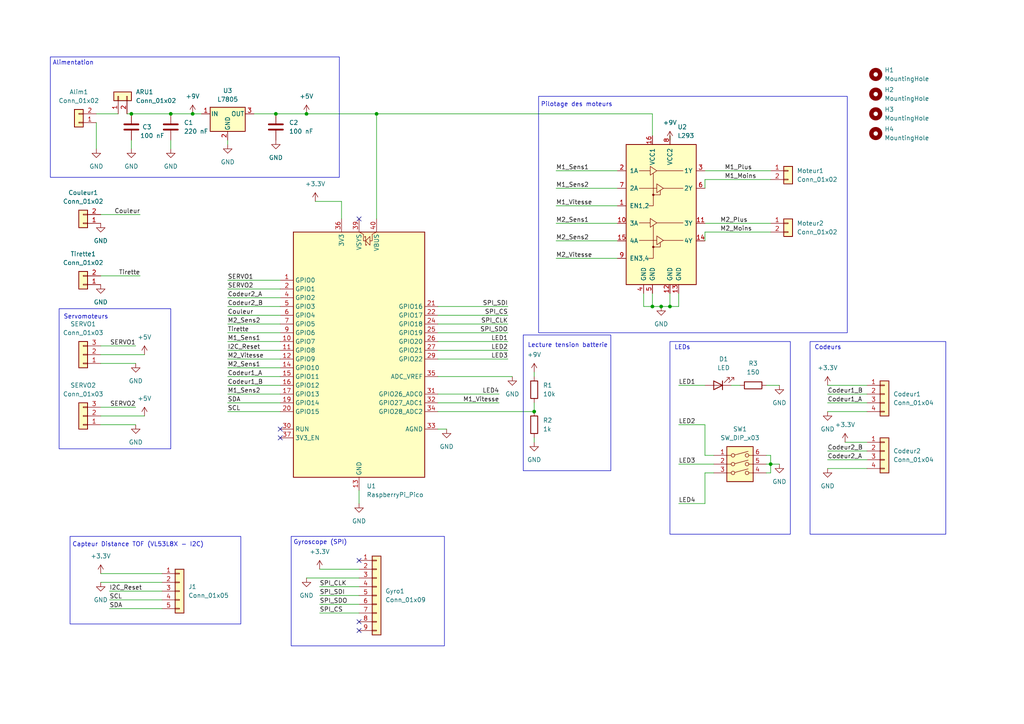
<source format=kicad_sch>
(kicad_sch (version 20230121) (generator eeschema)
  (paper "A4")
  (lib_symbols
    (symbol "Connector_Generic:Conn_01x02" (pin_names (offset 1.016) hide)
      (property "Reference" "J" (at 0 2.54 0))
      (property "Value" "Conn_01x02" (at 0 -5.08 0))
      (symbol "Conn_01x02_1_1"
        (rectangle (start -1.27 -2.413) (end 0 -2.667) (stroke (width 0.1524)))
        (rectangle (start -1.27 0.127) (end 0 -0.127) (stroke (width 0.1524)))
        (rectangle (start -1.27 1.27) (end 1.27 -3.81) (stroke (width 0.254)) (fill (type background)))
        (pin passive line (at -5.08 0 0) (length 3.81) (name "Pin_1") (number "1"))
        (pin passive line (at -5.08 -2.54 0) (length 3.81) (name "Pin_2") (number "2"))
      )
    )
    (symbol "Connector_Generic:Conn_01x03" (pin_names (offset 1.016) hide)
      (property "Reference" "J" (at 0 5.08 0))
      (property "Value" "Conn_01x03" (at 0 -5.08 0))
      (symbol "Conn_01x03_1_1"
        (rectangle (start -1.27 -2.413) (end 0 -2.667) (stroke (width 0.1524)))
        (rectangle (start -1.27 0.127) (end 0 -0.127) (stroke (width 0.1524)))
        (rectangle (start -1.27 2.667) (end 0 2.413) (stroke (width 0.1524)))
        (rectangle (start -1.27 3.81) (end 1.27 -3.81) (stroke (width 0.254)) (fill (type background)))
        (pin passive line (at -5.08 2.54 0) (length 3.81) (name "Pin_1") (number "1"))
        (pin passive line (at -5.08 0 0) (length 3.81) (name "Pin_2") (number "2"))
        (pin passive line (at -5.08 -2.54 0) (length 3.81) (name "Pin_3") (number "3"))
      )
    )
    (symbol "Connector_Generic:Conn_01x04" (pin_names (offset 1.016) hide)
      (property "Reference" "J" (at 0 5.08 0))
      (property "Value" "Conn_01x04" (at 0 -7.62 0))
      (symbol "Conn_01x04_1_1"
        (rectangle (start -1.27 -4.953) (end 0 -5.207) (stroke (width 0.1524)))
        (rectangle (start -1.27 -2.413) (end 0 -2.667) (stroke (width 0.1524)))
        (rectangle (start -1.27 0.127) (end 0 -0.127) (stroke (width 0.1524)))
        (rectangle (start -1.27 2.667) (end 0 2.413) (stroke (width 0.1524)))
        (rectangle (start -1.27 3.81) (end 1.27 -6.35) (stroke (width 0.254)) (fill (type background)))
        (pin passive line (at -5.08 2.54 0) (length 3.81) (name "Pin_1") (number "1"))
        (pin passive line (at -5.08 0 0) (length 3.81) (name "Pin_2") (number "2"))
        (pin passive line (at -5.08 -2.54 0) (length 3.81) (name "Pin_3") (number "3"))
        (pin passive line (at -5.08 -5.08 0) (length 3.81) (name "Pin_4") (number "4"))
      )
    )
    (symbol "Connector_Generic:Conn_01x05" (pin_names (offset 1.016) hide)
      (property "Reference" "J" (at 0 7.62 0))
      (property "Value" "Conn_01x05" (at 0 -7.62 0))
      (symbol "Conn_01x05_1_1"
        (rectangle (start -1.27 -4.953) (end 0 -5.207) (stroke (width 0.1524)))
        (rectangle (start -1.27 -2.413) (end 0 -2.667) (stroke (width 0.1524)))
        (rectangle (start -1.27 0.127) (end 0 -0.127) (stroke (width 0.1524)))
        (rectangle (start -1.27 2.667) (end 0 2.413) (stroke (width 0.1524)))
        (rectangle (start -1.27 5.207) (end 0 4.953) (stroke (width 0.1524)))
        (rectangle (start -1.27 6.35) (end 1.27 -6.35) (stroke (width 0.254)) (fill (type background)))
        (pin passive line (at -5.08 5.08 0) (length 3.81) (name "Pin_1") (number "1"))
        (pin passive line (at -5.08 2.54 0) (length 3.81) (name "Pin_2") (number "2"))
        (pin passive line (at -5.08 0 0) (length 3.81) (name "Pin_3") (number "3"))
        (pin passive line (at -5.08 -2.54 0) (length 3.81) (name "Pin_4") (number "4"))
        (pin passive line (at -5.08 -5.08 0) (length 3.81) (name "Pin_5") (number "5"))
      )
    )
    (symbol "Connector_Generic:Conn_01x09" (pin_names (offset 1.016) hide)
      (property "Reference" "J" (at 0 12.7 0))
      (property "Value" "Conn_01x09" (at 0 -12.7 0))
      (symbol "Conn_01x09_1_1"
        (rectangle (start -1.27 -10.033) (end 0 -10.287) (stroke (width 0.1524)))
        (rectangle (start -1.27 -7.493) (end 0 -7.747) (stroke (width 0.1524)))
        (rectangle (start -1.27 -4.953) (end 0 -5.207) (stroke (width 0.1524)))
        (rectangle (start -1.27 -2.413) (end 0 -2.667) (stroke (width 0.1524)))
        (rectangle (start -1.27 0.127) (end 0 -0.127) (stroke (width 0.1524)))
        (rectangle (start -1.27 2.667) (end 0 2.413) (stroke (width 0.1524)))
        (rectangle (start -1.27 5.207) (end 0 4.953) (stroke (width 0.1524)))
        (rectangle (start -1.27 7.747) (end 0 7.493) (stroke (width 0.1524)))
        (rectangle (start -1.27 10.287) (end 0 10.033) (stroke (width 0.1524)))
        (rectangle (start -1.27 11.43) (end 1.27 -11.43) (stroke (width 0.254)) (fill (type background)))
        (pin passive line (at -5.08 10.16 0) (length 3.81) (name "Pin_1") (number "1"))
        (pin passive line (at -5.08 7.62 0) (length 3.81) (name "Pin_2") (number "2"))
        (pin passive line (at -5.08 5.08 0) (length 3.81) (name "Pin_3") (number "3"))
        (pin passive line (at -5.08 2.54 0) (length 3.81) (name "Pin_4") (number "4"))
        (pin passive line (at -5.08 0 0) (length 3.81) (name "Pin_5") (number "5"))
        (pin passive line (at -5.08 -2.54 0) (length 3.81) (name "Pin_6") (number "6"))
        (pin passive line (at -5.08 -5.08 0) (length 3.81) (name "Pin_7") (number "7"))
        (pin passive line (at -5.08 -7.62 0) (length 3.81) (name "Pin_8") (number "8"))
        (pin passive line (at -5.08 -10.16 0) (length 3.81) (name "Pin_9") (number "9"))
      )
    )
    (symbol "Device:C" (pin_numbers hide) (pin_names (offset 0.254))
      (property "Reference" "C" (at 0.635 2.54 0))
      (property "Value" "C" (at 0.635 -2.54 0))
      (symbol "C_0_1"
        (polyline (pts (xy -2.032 -0.762) (xy 2.032 -0.762)) (stroke (width 0.508)))
        (polyline (pts (xy -2.032 0.762) (xy 2.032 0.762)) (stroke (width 0.508)))
      )
      (symbol "C_1_1"
        (pin passive line (at 0 3.81 270) (length 2.794) (name "~") (number "1"))
        (pin passive line (at 0 -3.81 90) (length 2.794) (name "~") (number "2"))
      )
    )
    (symbol "Device:LED" (pin_numbers hide) (pin_names (offset 1.016) hide)
      (property "Reference" "D" (at 0 2.54 0))
      (property "Value" "LED" (at 0 -2.54 0))
      (symbol "LED_0_1"
        (polyline (pts (xy -1.27 -1.27) (xy -1.27 1.27)) (stroke (width 0.254)))
        (polyline (pts (xy -1.27 0) (xy 1.27 0)))
        (polyline (pts (xy 1.27 -1.27) (xy 1.27 1.27) (xy -1.27 0) (xy 1.27 -1.27)) (stroke (width 0.254)))
        (polyline (pts (xy -3.048 -0.762) (xy -4.572 -2.286) (xy -3.81 -2.286) (xy -4.572 -2.286) (xy -4.572 -1.524)))
        (polyline (pts (xy -1.778 -0.762) (xy -3.302 -2.286) (xy -2.54 -2.286) (xy -3.302 -2.286) (xy -3.302 -1.524)))
      )
      (symbol "LED_1_1"
        (pin passive line (at -3.81 0 0) (length 2.54) (name "K") (number "1"))
        (pin passive line (at 3.81 0 180) (length 2.54) (name "A") (number "2"))
      )
    )
    (symbol "Device:R" (pin_numbers hide) (pin_names (offset 0))
      (property "Reference" "R" (at 2.032 0 90))
      (property "Value" "R" (at 0 0 90))
      (symbol "R_0_1"
        (rectangle (start -1.016 -2.54) (end 1.016 2.54) (stroke (width 0.254)))
      )
      (symbol "R_1_1"
        (pin passive line (at 0 3.81 270) (length 1.27) (name "~") (number "1"))
        (pin passive line (at 0 -3.81 90) (length 1.27) (name "~") (number "2"))
      )
    )
    (symbol "Driver_Motor:L293" (pin_names (offset 1.016))
      (property "Reference" "U" (at -5.08 26.035 0))
      (property "Value" "L293" (at -5.08 24.13 0))
      (symbol "L293_0_1"
        (rectangle (start -10.16 22.86) (end 10.16 -17.78) (stroke (width 0.254)) (fill (type background)))
        (circle (center -2.286 -6.858) (radius 0.254) (fill (type outline)))
        (circle (center -2.286 8.255) (radius 0.254) (fill (type outline)))
        (polyline (pts (xy -6.35 -4.953) (xy -1.27 -4.953)))
        (polyline (pts (xy -6.35 0.127) (xy -3.175 0.127)))
        (polyline (pts (xy -6.35 10.16) (xy -1.27 10.16)))
        (polyline (pts (xy -6.35 15.24) (xy -3.175 15.24)))
        (polyline (pts (xy -1.27 0.127) (xy 6.35 0.127)))
        (polyline (pts (xy -1.27 15.24) (xy 6.35 15.24)))
        (polyline (pts (xy 0.635 -4.953) (xy 6.35 -4.953)))
        (polyline (pts (xy 0.635 10.16) (xy 6.35 10.16)))
        (polyline (pts (xy -2.286 -6.858) (xy -0.254 -6.858) (xy -0.254 -5.588)))
        (polyline (pts (xy -2.286 -0.635) (xy -2.286 -10.16) (xy -3.556 -10.16)))
        (polyline (pts (xy -2.286 8.255) (xy -0.254 8.255) (xy -0.254 9.525)))
        (polyline (pts (xy -2.286 14.478) (xy -2.286 5.08) (xy -3.556 5.08)))
        (polyline (pts (xy -3.175 1.397) (xy -3.175 -1.143) (xy -1.27 0.127) (xy -3.175 1.397)))
        (polyline (pts (xy -3.175 16.51) (xy -3.175 13.97) (xy -1.27 15.24) (xy -3.175 16.51)))
        (polyline (pts (xy -1.27 -3.683) (xy -1.27 -6.223) (xy 0.635 -4.953) (xy -1.27 -3.683)))
        (polyline (pts (xy -1.27 11.43) (xy -1.27 8.89) (xy 0.635 10.16) (xy -1.27 11.43)))
      )
      (symbol "L293_1_1"
        (pin input line (at -12.7 5.08 0) (length 2.54) (name "EN1,2") (number "1"))
        (pin input line (at -12.7 0 0) (length 2.54) (name "3A") (number "10"))
        (pin output line (at 12.7 0 180) (length 2.54) (name "3Y") (number "11"))
        (pin power_in line (at 2.54 -20.32 90) (length 2.54) (name "GND") (number "12"))
        (pin power_in line (at 5.08 -20.32 90) (length 2.54) (name "GND") (number "13"))
        (pin output line (at 12.7 -5.08 180) (length 2.54) (name "4Y") (number "14"))
        (pin input line (at -12.7 -5.08 0) (length 2.54) (name "4A") (number "15"))
        (pin power_in line (at -2.54 25.4 270) (length 2.54) (name "VCC1") (number "16"))
        (pin input line (at -12.7 15.24 0) (length 2.54) (name "1A") (number "2"))
        (pin output line (at 12.7 15.24 180) (length 2.54) (name "1Y") (number "3"))
        (pin power_in line (at -5.08 -20.32 90) (length 2.54) (name "GND") (number "4"))
        (pin power_in line (at -2.54 -20.32 90) (length 2.54) (name "GND") (number "5"))
        (pin output line (at 12.7 10.16 180) (length 2.54) (name "2Y") (number "6"))
        (pin input line (at -12.7 10.16 0) (length 2.54) (name "2A") (number "7"))
        (pin power_in line (at 2.54 25.4 270) (length 2.54) (name "VCC2") (number "8"))
        (pin input line (at -12.7 -10.16 0) (length 2.54) (name "EN3,4") (number "9"))
      )
    )
    (symbol "Mechanical:MountingHole" (pin_names (offset 1.016))
      (property "Reference" "H" (at 0 5.08 0))
      (property "Value" "MountingHole" (at 0 3.175 0))
      (symbol "MountingHole_0_1"
        (circle (center 0 0) (radius 1.27) (stroke (width 1.27)))
      )
    )
    (symbol "Regulator_Linear:L7805" (pin_names (offset 0.254))
      (property "Reference" "U" (at -3.81 3.175 0))
      (property "Value" "L7805" (at 0 3.175 0))
      (symbol "L7805_0_1"
        (rectangle (start -5.08 1.905) (end 5.08 -5.08) (stroke (width 0.254)) (fill (type background)))
      )
      (symbol "L7805_1_1"
        (pin power_in line (at -7.62 0 0) (length 2.54) (name "IN") (number "1"))
        (pin power_in line (at 0 -7.62 90) (length 2.54) (name "GND") (number "2"))
        (pin power_out line (at 7.62 0 180) (length 2.54) (name "OUT") (number "3"))
      )
    )
    (symbol "Rpi Pico:RaspberryPi_Pico"
      (property "Reference" "U" (at -19.05 38.1 0))
      (property "Value" "RaspberryPi_Pico" (at 7.62 38.1 0))
      (symbol "RaspberryPi_Pico_0_1"
        (rectangle (start -19.05 36.83) (end 19.05 -34.29) (stroke (width 0.254)) (fill (type background)))
        (polyline (pts (xy 0 36.83) (xy 1.27 36.195) (xy 1.27 34.29) (xy 1.905 34.29)))
        (polyline (pts (xy 1.905 34.29) (xy 3.175 35.56) (xy 3.175 33.02) (xy 1.905 34.29)))
        (polyline (pts (xy 5.08 36.83) (xy 3.81 36.195) (xy 3.81 34.29) (xy 3.175 34.29)))
        (polyline (pts (xy 1.651 35.306) (xy 1.651 35.56) (xy 1.905 35.56) (xy 1.905 33.02) (xy 2.159 33.02) (xy 2.159 33.274)))
      )
      (symbol "RaspberryPi_Pico_1_1"
        (pin bidirectional line (at -22.86 22.86 0) (length 3.81) (name "GPIO0") (number "1"))
        (pin bidirectional line (at -22.86 5.08 0) (length 3.81) (name "GPIO7") (number "10"))
        (pin bidirectional line (at -22.86 2.54 0) (length 3.81) (name "GPIO8") (number "11"))
        (pin bidirectional line (at -22.86 0 0) (length 3.81) (name "GPIO9") (number "12"))
        (pin power_out line (at 0 -38.1 90) (length 3.81) (name "GND") (number "13"))
        (pin bidirectional line (at -22.86 -2.54 0) (length 3.81) (name "GPIO10") (number "14"))
        (pin bidirectional line (at -22.86 -5.08 0) (length 3.81) (name "GPIO11") (number "15"))
        (pin bidirectional line (at -22.86 -7.62 0) (length 3.81) (name "GPIO12") (number "16"))
        (pin bidirectional line (at -22.86 -10.16 0) (length 3.81) (name "GPIO13") (number "17"))
        (pin passive line (at 0 -38.1 90) (length 3.81) hide (name "GND") (number "18"))
        (pin bidirectional line (at -22.86 -12.7 0) (length 3.81) (name "GPIO14") (number "19"))
        (pin bidirectional line (at -22.86 20.32 0) (length 3.81) (name "GPIO1") (number "2"))
        (pin bidirectional line (at -22.86 -15.24 0) (length 3.81) (name "GPIO15") (number "20"))
        (pin bidirectional line (at 22.86 15.24 180) (length 3.81) (name "GPIO16") (number "21"))
        (pin bidirectional line (at 22.86 12.7 180) (length 3.81) (name "GPIO17") (number "22"))
        (pin passive line (at 0 -38.1 90) (length 3.81) hide (name "GND") (number "23"))
        (pin bidirectional line (at 22.86 10.16 180) (length 3.81) (name "GPIO18") (number "24"))
        (pin bidirectional line (at 22.86 7.62 180) (length 3.81) (name "GPIO19") (number "25"))
        (pin bidirectional line (at 22.86 5.08 180) (length 3.81) (name "GPIO20") (number "26"))
        (pin bidirectional line (at 22.86 2.54 180) (length 3.81) (name "GPIO21") (number "27"))
        (pin passive line (at 0 -38.1 90) (length 3.81) hide (name "GND") (number "28"))
        (pin bidirectional line (at 22.86 0 180) (length 3.81) (name "GPIO22") (number "29"))
        (pin passive line (at 0 -38.1 90) (length 3.81) hide (name "GND") (number "3"))
        (pin input line (at -22.86 -20.32 0) (length 3.81) (name "RUN") (number "30"))
        (pin bidirectional line (at 22.86 -10.16 180) (length 3.81) (name "GPIO26_ADC0") (number "31"))
        (pin bidirectional line (at 22.86 -12.7 180) (length 3.81) (name "GPIO27_ADC1") (number "32"))
        (pin power_in line (at 22.86 -20.32 180) (length 3.81) (name "AGND") (number "33"))
        (pin bidirectional line (at 22.86 -15.24 180) (length 3.81) (name "GPIO28_ADC2") (number "34"))
        (pin power_in line (at 22.86 -5.08 180) (length 3.81) (name "ADC_VREF") (number "35"))
        (pin power_out line (at -5.08 40.64 270) (length 3.81) (name "3V3") (number "36"))
        (pin input line (at -22.86 -22.86 0) (length 3.81) (name "3V3_EN") (number "37"))
        (pin passive line (at 0 -38.1 90) (length 3.81) hide (name "GND") (number "38"))
        (pin power_in line (at 0 40.64 270) (length 3.81) (name "VSYS") (number "39"))
        (pin bidirectional line (at -22.86 17.78 0) (length 3.81) (name "GPIO2") (number "4"))
        (pin power_out line (at 5.08 40.64 270) (length 3.81) (name "VBUS") (number "40"))
        (pin bidirectional line (at -22.86 15.24 0) (length 3.81) (name "GPIO3") (number "5"))
        (pin bidirectional line (at -22.86 12.7 0) (length 3.81) (name "GPIO4") (number "6"))
        (pin bidirectional line (at -22.86 10.16 0) (length 3.81) (name "GPIO5") (number "7"))
        (pin passive line (at 0 -38.1 90) (length 3.81) hide (name "GND") (number "8"))
        (pin bidirectional line (at -22.86 7.62 0) (length 3.81) (name "GPIO6") (number "9"))
      )
    )
    (symbol "Switch:SW_DIP_x03" (pin_names (offset 0) hide)
      (property "Reference" "SW" (at 0 6.35 0))
      (property "Value" "SW_DIP_x03" (at 0 -6.35 0))
      (symbol "SW_DIP_x03_0_0"
        (circle (center -2.032 -2.54) (radius 0.508))
        (circle (center -2.032 0) (radius 0.508))
        (circle (center -2.032 2.54) (radius 0.508))
        (polyline (pts (xy -1.524 -2.413) (xy 2.3622 -1.3716)))
        (polyline (pts (xy -1.524 0.127) (xy 2.3622 1.1684)))
        (polyline (pts (xy -1.524 2.667) (xy 2.3622 3.7084)))
        (circle (center 2.032 -2.54) (radius 0.508))
        (circle (center 2.032 0) (radius 0.508))
        (circle (center 2.032 2.54) (radius 0.508))
      )
      (symbol "SW_DIP_x03_0_1"
        (rectangle (start -3.81 5.08) (end 3.81 -5.08) (stroke (width 0.254)) (fill (type background)))
      )
      (symbol "SW_DIP_x03_1_1"
        (pin passive line (at -7.62 2.54 0) (length 5.08) (name "~") (number "1"))
        (pin passive line (at -7.62 0 0) (length 5.08) (name "~") (number "2"))
        (pin passive line (at -7.62 -2.54 0) (length 5.08) (name "~") (number "3"))
        (pin passive line (at 7.62 -2.54 180) (length 5.08) (name "~") (number "4"))
        (pin passive line (at 7.62 0 180) (length 5.08) (name "~") (number "5"))
        (pin passive line (at 7.62 2.54 180) (length 5.08) (name "~") (number "6"))
      )
    )
    (symbol "power:+3.3V" (power) (pin_names (offset 0))
      (property "Value" "+3.3V" (at 0 3.556 0))
      (symbol "+3.3V_0_1"
        (polyline (pts (xy -0.762 1.27) (xy 0 2.54)))
        (polyline (pts (xy 0 0) (xy 0 2.54)))
        (polyline (pts (xy 0 2.54) (xy 0.762 1.27)))
      )
      (symbol "+3.3V_1_1"
        (pin power_in line (at 0 0 90) (length 0) hide (name "+3.3V") (number "1"))
      )
    )
    (symbol "power:+5V" (power) (pin_names (offset 0))
      (property "Value" "+5V" (at 0 3.556 0))
      (symbol "+5V_0_1"
        (polyline (pts (xy -0.762 1.27) (xy 0 2.54)))
        (polyline (pts (xy 0 0) (xy 0 2.54)))
        (polyline (pts (xy 0 2.54) (xy 0.762 1.27)))
      )
      (symbol "+5V_1_1"
        (pin power_in line (at 0 0 90) (length 0) hide (name "+5V") (number "1"))
      )
    )
    (symbol "power:+9V" (power) (pin_names (offset 0))
      (property "Value" "+9V" (at 0 3.556 0))
      (symbol "+9V_0_1"
        (polyline (pts (xy -0.762 1.27) (xy 0 2.54)))
        (polyline (pts (xy 0 0) (xy 0 2.54)))
        (polyline (pts (xy 0 2.54) (xy 0.762 1.27)))
      )
      (symbol "+9V_1_1"
        (pin power_in line (at 0 0 90) (length 0) hide (name "+9V") (number "1"))
      )
    )
    (symbol "power:GND" (power) (pin_names (offset 0))
      (property "Value" "GND" (at 0 -3.81 0))
      (symbol "GND_0_1"
        (polyline (pts (xy 0 0) (xy 0 -1.27) (xy 1.27 -1.27) (xy 0 -2.54) (xy -1.27 -1.27) (xy 0 -1.27)))
      )
      (symbol "GND_1_1"
        (pin power_in line (at 0 0 270) (length 0) hide (name "GND") (number "1"))
      )
    )
  )
  (junction (at 191.77 88.9))
  (junction (at 38.1 33.02))
  (junction (at 109.22 33.02))
  (junction (at 49.53 33.02))
  (junction (at 189.23 88.9))
  (junction (at 223.52 134.62))
  (junction (at 154.94 119.38))
  (junction (at 194.31 88.9))
  (junction (at 80.01 33.02))
  (junction (at 55.88 33.02))
  (junction (at 88.9 33.02))
  (no_connect (at 104.14 162.56))
  (no_connect (at 81.28 127))
  (no_connect (at 81.28 124.46))
  (no_connect (at 104.14 180.34))
  (no_connect (at 104.14 182.88))
  (no_connect (at 104.14 63.5))
  (wire (pts (xy 66.04 93.98) (xy 81.28 93.98)))
  (wire (pts (xy 66.04 104.14) (xy 81.28 104.14)))
  (wire (pts (xy 186.69 88.9) (xy 189.23 88.9)))
  (wire (pts (xy 186.69 85.09) (xy 186.69 88.9)))
  (wire (pts (xy 127 91.44) (xy 147.32 91.44)))
  (wire (pts (xy 154.94 116.84) (xy 154.94 119.38)))
  (wire (pts (xy 207.01 132.08) (xy 204.47 132.08)))
  (wire (pts (xy 27.94 35.56) (xy 27.94 43.18)))
  (wire (pts (xy 73.66 33.02) (xy 80.01 33.02)))
  (wire (pts (xy 127 116.84) (xy 144.78 116.84)))
  (wire (pts (xy 88.9 167.64) (xy 104.14 167.64)))
  (wire (pts (xy 204.47 64.77) (xy 223.52 64.77)))
  (wire (pts (xy 38.1 43.18) (xy 38.1 40.64)))
  (wire (pts (xy 66.04 101.6) (xy 81.28 101.6)))
  (wire (pts (xy 196.85 88.9) (xy 196.85 85.09)))
  (wire (pts (xy 92.71 170.18) (xy 104.14 170.18)))
  (wire (pts (xy 92.71 172.72) (xy 104.14 172.72)))
  (wire (pts (xy 29.21 80.01) (xy 40.64 80.01)))
  (wire (pts (xy 66.04 91.44) (xy 81.28 91.44)))
  (wire (pts (xy 204.47 137.16) (xy 207.01 137.16)))
  (wire (pts (xy 240.03 119.38) (xy 251.46 119.38)))
  (wire (pts (xy 223.52 134.62) (xy 226.06 134.62)))
  (wire (pts (xy 66.04 83.82) (xy 81.28 83.82)))
  (wire (pts (xy 161.29 54.61) (xy 179.07 54.61)))
  (wire (pts (xy 240.03 114.3) (xy 251.46 114.3)))
  (wire (pts (xy 127 104.14) (xy 147.32 104.14)))
  (wire (pts (xy 127 109.22) (xy 148.59 109.22)))
  (wire (pts (xy 127 101.6) (xy 147.32 101.6)))
  (wire (pts (xy 204.47 146.05) (xy 204.47 137.16)))
  (wire (pts (xy 240.03 116.84) (xy 251.46 116.84)))
  (wire (pts (xy 204.47 49.53) (xy 223.52 49.53)))
  (wire (pts (xy 88.9 33.02) (xy 109.22 33.02)))
  (wire (pts (xy 66.04 116.84) (xy 81.28 116.84)))
  (wire (pts (xy 127 88.9) (xy 147.32 88.9)))
  (wire (pts (xy 196.85 111.76) (xy 204.47 111.76)))
  (wire (pts (xy 189.23 88.9) (xy 191.77 88.9)))
  (wire (pts (xy 36.83 33.02) (xy 38.1 33.02)))
  (wire (pts (xy 92.71 175.26) (xy 104.14 175.26)))
  (wire (pts (xy 161.29 69.85) (xy 179.07 69.85)))
  (wire (pts (xy 161.29 59.69) (xy 179.07 59.69)))
  (wire (pts (xy 191.77 88.9) (xy 194.31 88.9)))
  (wire (pts (xy 223.52 132.08) (xy 223.52 134.62)))
  (wire (pts (xy 226.06 111.76) (xy 222.25 111.76)))
  (wire (pts (xy 222.25 137.16) (xy 223.52 137.16)))
  (wire (pts (xy 127 99.06) (xy 147.32 99.06)))
  (wire (pts (xy 222.25 132.08) (xy 223.52 132.08)))
  (wire (pts (xy 66.04 40.64) (xy 66.04 41.91)))
  (wire (pts (xy 223.52 52.07) (xy 204.47 52.07)))
  (wire (pts (xy 27.94 33.02) (xy 34.29 33.02)))
  (wire (pts (xy 66.04 119.38) (xy 81.28 119.38)))
  (wire (pts (xy 109.22 33.02) (xy 109.22 63.5)))
  (wire (pts (xy 66.04 106.68) (xy 81.28 106.68)))
  (wire (pts (xy 154.94 107.95) (xy 154.94 109.22)))
  (wire (pts (xy 127 93.98) (xy 147.32 93.98)))
  (wire (pts (xy 222.25 134.62) (xy 223.52 134.62)))
  (wire (pts (xy 204.47 67.31) (xy 204.47 69.85)))
  (wire (pts (xy 154.94 127) (xy 154.94 128.27)))
  (wire (pts (xy 29.21 62.23) (xy 40.64 62.23)))
  (wire (pts (xy 189.23 85.09) (xy 189.23 88.9)))
  (wire (pts (xy 127 96.52) (xy 147.32 96.52)))
  (wire (pts (xy 194.31 40.64) (xy 194.31 39.37)))
  (wire (pts (xy 127 114.3) (xy 144.78 114.3)))
  (wire (pts (xy 240.03 135.89) (xy 251.46 135.89)))
  (wire (pts (xy 66.04 114.3) (xy 81.28 114.3)))
  (wire (pts (xy 196.85 146.05) (xy 204.47 146.05)))
  (wire (pts (xy 196.85 123.19) (xy 204.47 123.19)))
  (wire (pts (xy 194.31 88.9) (xy 196.85 88.9)))
  (wire (pts (xy 49.53 40.64) (xy 49.53 43.18)))
  (wire (pts (xy 31.75 176.53) (xy 46.99 176.53)))
  (wire (pts (xy 29.21 102.87) (xy 41.91 102.87)))
  (wire (pts (xy 29.21 168.91) (xy 46.99 168.91)))
  (wire (pts (xy 223.52 137.16) (xy 223.52 134.62)))
  (wire (pts (xy 49.53 33.02) (xy 55.88 33.02)))
  (wire (pts (xy 204.47 52.07) (xy 204.47 54.61)))
  (wire (pts (xy 212.09 111.76) (xy 214.63 111.76)))
  (wire (pts (xy 66.04 86.36) (xy 81.28 86.36)))
  (wire (pts (xy 66.04 109.22) (xy 81.28 109.22)))
  (wire (pts (xy 31.75 171.45) (xy 46.99 171.45)))
  (wire (pts (xy 99.06 63.5) (xy 99.06 58.42)))
  (wire (pts (xy 161.29 64.77) (xy 179.07 64.77)))
  (wire (pts (xy 31.75 173.99) (xy 46.99 173.99)))
  (wire (pts (xy 92.71 177.8) (xy 104.14 177.8)))
  (wire (pts (xy 29.21 123.19) (xy 39.37 123.19)))
  (wire (pts (xy 109.22 33.02) (xy 189.23 33.02)))
  (wire (pts (xy 127 124.46) (xy 129.54 124.46)))
  (wire (pts (xy 66.04 88.9) (xy 81.28 88.9)))
  (wire (pts (xy 29.21 100.33) (xy 39.37 100.33)))
  (wire (pts (xy 66.04 96.52) (xy 81.28 96.52)))
  (wire (pts (xy 240.03 111.76) (xy 251.46 111.76)))
  (wire (pts (xy 194.31 85.09) (xy 194.31 88.9)))
  (wire (pts (xy 104.14 142.24) (xy 104.14 146.05)))
  (wire (pts (xy 91.44 58.42) (xy 99.06 58.42)))
  (wire (pts (xy 196.85 134.62) (xy 207.01 134.62)))
  (wire (pts (xy 204.47 67.31) (xy 223.52 67.31)))
  (wire (pts (xy 161.29 74.93) (xy 179.07 74.93)))
  (wire (pts (xy 66.04 111.76) (xy 81.28 111.76)))
  (wire (pts (xy 55.88 33.02) (xy 58.42 33.02)))
  (wire (pts (xy 240.03 130.81) (xy 251.46 130.81)))
  (wire (pts (xy 189.23 33.02) (xy 189.23 39.37)))
  (wire (pts (xy 161.29 49.53) (xy 179.07 49.53)))
  (wire (pts (xy 29.21 118.11) (xy 39.37 118.11)))
  (wire (pts (xy 204.47 132.08) (xy 204.47 123.19)))
  (wire (pts (xy 66.04 99.06) (xy 81.28 99.06)))
  (wire (pts (xy 127 119.38) (xy 154.94 119.38)))
  (wire (pts (xy 80.01 33.02) (xy 88.9 33.02)))
  (wire (pts (xy 38.1 33.02) (xy 49.53 33.02)))
  (wire (pts (xy 245.11 128.27) (xy 251.46 128.27)))
  (wire (pts (xy 240.03 133.35) (xy 251.46 133.35)))
  (wire (pts (xy 92.71 165.1) (xy 104.14 165.1)))
  (wire (pts (xy 29.21 105.41) (xy 39.37 105.41)))
  (wire (pts (xy 29.21 120.65) (xy 41.91 120.65)))
  (wire (pts (xy 66.04 81.28) (xy 81.28 81.28)))
  (wire (pts (xy 29.21 166.37) (xy 46.99 166.37)))
  (rectangle (start 84.455 155.575) (end 128.905 187.325))
  (rectangle (start 151.765 97.155) (end 177.165 136.525))
  (rectangle (start 156.21 27.94) (end 245.745 96.52))
  (rectangle (start 194.31 99.06) (end 229.235 154.94))
  (rectangle (start 17.145 89.535) (end 49.53 130.175))
  (rectangle (start 234.95 99.06) (end 274.32 154.94))
  (rectangle (start 20.32 155.575) (end 69.85 180.975))
  (rectangle (start 98.425 51.435) (end 14.605 16.51))
  (text "Capteur Distance TOF (VL53L8X - I2C)\n" (at 20.955 158.75 0) (effects (font (size 1.27 1.27)) (justify left bottom)))
  (text "Gyroscope (SPI)\n" (at 85.09 158.115 0) (effects (font (size 1.27 1.27)) (justify left bottom)))
  (text "LEDs\n" (at 195.58 101.6 0) (effects (font (size 1.27 1.27)) (justify left bottom)))
  (text "Pilotage des moteurs" (at 156.845 31.115 0) (effects (font (size 1.27 1.27)) (justify left bottom)))
  (text "Lecture tension batterie" (at 153.035 100.965 0) (effects (font (size 1.27 1.27)) (justify left bottom)))
  (text "Codeurs" (at 236.22 101.6 0) (effects (font (size 1.27 1.27)) (justify left bottom)))
  (text "Servomoteurs" (at 18.415 92.71 0) (effects (font (size 1.27 1.27)) (justify left bottom)))
  (text "Alimentation\n" (at 15.24 19.05 0) (effects (font (size 1.27 1.27)) (justify left bottom)))
  (label "M1_Sens1" (at 66.04 99.06 0))
  (label "M1_Sens2" (at 161.29 54.61 0))
  (label "SPI_SDO" (at 147.32 96.52 180))
  (label "M2_Moins" (at 208.915 67.31 0))
  (label "I2C_Reset" (at 31.75 171.45 0))
  (label "Codeur2_B" (at 240.03 130.81 0))
  (label "Tirette" (at 40.64 80.01 180))
  (label "SPI_CS" (at 147.32 91.44 180))
  (label "Codeur1_A" (at 66.04 109.22 0))
  (label "SPI_SDI" (at 92.71 172.72 0))
  (label "SPI_CLK" (at 147.32 93.98 180))
  (label "Tirette" (at 66.04 96.52 0))
  (label "M2_Sens2" (at 161.29 69.85 0))
  (label "SERVO1" (at 66.04 81.28 0))
  (label "M2_Plus" (at 208.915 64.77 0))
  (label "SERVO1" (at 39.37 100.33 180))
  (label "M2_Sens2" (at 66.04 93.98 0))
  (label "M1_Plus" (at 210.185 49.53 0))
  (label "SPI_SDO" (at 92.71 175.26 0))
  (label "SDA" (at 66.04 116.84 0))
  (label "Couleur" (at 40.64 62.23 180))
  (label "I2C_Reset" (at 66.04 101.6 0))
  (label "M1_Sens1" (at 161.29 49.53 0))
  (label "M2_Vitesse" (at 161.29 74.93 0))
  (label "LED4" (at 144.78 114.3 180))
  (label "Couleur" (at 66.04 91.44 0))
  (label "SPI_CLK" (at 92.71 170.18 0))
  (label "Codeur2_B" (at 66.04 88.9 0))
  (label "LED1" (at 196.85 111.76 0))
  (label "M1_Moins" (at 210.185 52.07 0))
  (label "SCL" (at 66.04 119.38 0))
  (label "LED2" (at 196.85 123.19 0))
  (label "LED1" (at 147.32 99.06 180))
  (label "LED4" (at 196.85 146.05 0))
  (label "SERVO2" (at 66.04 83.82 0))
  (label "Codeur1_A" (at 240.03 116.84 0))
  (label "M1_Vitesse" (at 161.29 59.69 0))
  (label "Codeur1_B" (at 66.04 111.76 0))
  (label "LED3" (at 196.85 134.62 0))
  (label "M1_Vitesse" (at 144.78 116.84 180))
  (label "M1_Sens2" (at 66.04 114.3 0))
  (label "LED3" (at 147.32 104.14 180))
  (label "Codeur1_B" (at 240.03 114.3 0))
  (label "SERVO2" (at 39.37 118.11 180))
  (label "SCL" (at 31.75 173.99 0))
  (label "M2_Sens1" (at 66.04 106.68 0))
  (label "Codeur2_A" (at 66.04 86.36 0))
  (label "LED2" (at 147.32 101.6 180))
  (label "SDA" (at 31.75 176.53 0))
  (label "M2_Vitesse" (at 66.04 104.14 0))
  (label "SPI_CS" (at 92.71 177.8 0))
  (label "Codeur2_A" (at 240.03 133.35 0))
  (label "SPI_SDI" (at 147.32 88.9 180))
  (label "M2_Sens1" (at 161.29 64.77 0))
  (symbol (lib_id "Connector_Generic:Conn_01x04") (at 256.54 130.81 0) (unit 1)
    (property "Reference" "Codeur2" (at 259.08 130.81 0) (effects (justify left)))
    (property "Value" "Conn_01x04" (at 259.08 133.35 0) (effects (justify left)))
    (property "Footprint" "Connector_Molex:Molex_KK-254_AE-6410-04A_1x04_P2.54mm_Vertical" (effects hide))
  )
  (symbol (lib_id "Device:R") (at 154.94 123.19 0) (unit 1)
    (property "Reference" "R2" (at 157.48 121.92 0) (effects (justify left)))
    (property "Value" "1k" (at 157.48 124.46 0) (effects (justify left)))
    (property "Footprint" "Resistor_THT:R_Axial_DIN0207_L6.3mm_D2.5mm_P7.62mm_Horizontal" (effects hide))
  )
  (symbol (lib_id "Mechanical:MountingHole") (at 254 33.02 0) (unit 1)
    (property "Reference" "H3" (at 256.54 31.75 0) (effects (justify left)))
    (property "Value" "MountingHole" (at 256.54 34.29 0) (effects (justify left)))
    (property "Footprint" "MountingHole:MountingHole_3mm" (effects hide))
  )
  (symbol (lib_id "power:GND") (at 66.04 41.91 0) (unit 1)
    (property "Reference" "#PWR02" (effects hide))
    (property "Value" "GND" (at 66.04 46.99 0))
  )
  (symbol (lib_id "Device:R") (at 154.94 113.03 0) (unit 1)
    (property "Reference" "R1" (at 157.48 111.76 0) (effects (justify left)))
    (property "Value" "10k" (at 157.48 114.3 0) (effects (justify left)))
    (property "Footprint" "Resistor_THT:R_Axial_DIN0207_L6.3mm_D2.5mm_P7.62mm_Horizontal" (effects hide))
  )
  (symbol (lib_id "power:+5V") (at 41.91 120.65 0) (unit 1)
    (property "Reference" "#PWR019" (effects hide))
    (property "Value" "+5V" (at 41.91 115.57 0))
  )
  (symbol (lib_id "power:GND") (at 39.37 123.19 0) (unit 1)
    (property "Reference" "#PWR018" (effects hide))
    (property "Value" "GND" (at 39.37 128.27 0))
  )
  (symbol (lib_id "Connector_Generic:Conn_01x02") (at 24.13 82.55 180) (unit 1)
    (property "Reference" "Tirette1" (at 24.13 73.66 0))
    (property "Value" "Conn_01x02" (at 24.13 76.2 0))
    (property "Footprint" "Connector_Molex:Molex_KK-254_AE-6410-02A_1x02_P2.54mm_Vertical" (effects hide))
  )
  (symbol (lib_id "Device:C") (at 49.53 36.83 0) (unit 1)
    (property "Reference" "C1" (at 53.34 35.56 0) (effects (justify left)))
    (property "Value" "220 nF" (at 53.34 38.1 0) (effects (justify left)))
    (property "Footprint" "Capacitor_THT:C_Axial_L3.8mm_D2.6mm_P7.50mm_Horizontal" (effects hide))
  )
  (symbol (lib_id "power:GND") (at 88.9 167.64 0) (unit 1)
    (property "Reference" "#PWR024" (effects hide))
    (property "Value" "GND" (at 88.9 172.72 0))
  )
  (symbol (lib_id "power:+9V") (at 194.31 40.64 0) (unit 1)
    (property "Reference" "#PWR04" (effects hide))
    (property "Value" "+9V" (at 194.31 35.56 0))
  )
  (symbol (lib_id "Driver_Motor:L293") (at 191.77 64.77 0) (unit 1)
    (property "Reference" "U2" (at 196.5041 36.83 0) (effects (justify left)))
    (property "Value" "L293" (at 196.5041 39.37 0) (effects (justify left)))
    (property "Footprint" "Package_DIP:DIP-16_W7.62mm" (effects hide))
    (property "Datasheet" "http://www.ti.com/lit/ds/symlink/l293.pdf" (effects hide))
  )
  (symbol (lib_id "Connector_Generic:Conn_01x03") (at 24.13 102.87 180) (unit 1)
    (property "Reference" "SERVO1" (at 24.13 93.98 0))
    (property "Value" "Conn_01x03" (at 24.13 96.52 0))
    (property "Footprint" "Connector_Molex:Molex_KK-254_AE-6410-03A_1x03_P2.54mm_Vertical" (effects hide))
  )
  (symbol (lib_id "power:GND") (at 39.37 105.41 0) (unit 1)
    (property "Reference" "#PWR015" (effects hide))
    (property "Value" "GND" (at 39.37 110.49 0))
  )
  (symbol (lib_id "power:+9V") (at 55.88 33.02 0) (unit 1)
    (property "Reference" "#PWR03" (effects hide))
    (property "Value" "+9V" (at 55.88 27.94 0))
  )
  (symbol (lib_id "power:GND") (at 148.59 109.22 0) (mirror y) (unit 1)
    (property "Reference" "#PWR025" (effects hide))
    (property "Value" "GND" (at 148.59 114.3 0))
  )
  (symbol (lib_id "power:+5V") (at 88.9 33.02 0) (unit 1)
    (property "Reference" "#PWR016" (effects hide))
    (property "Value" "+5V" (at 88.9 27.94 0))
  )
  (symbol (lib_id "Mechanical:MountingHole") (at 254 38.735 0) (unit 1)
    (property "Reference" "H4" (at 256.54 37.465 0) (effects (justify left)))
    (property "Value" "MountingHole" (at 256.54 40.005 0) (effects (justify left)))
    (property "Footprint" "MountingHole:MountingHole_3mm" (effects hide))
  )
  (symbol (lib_id "power:GND") (at 226.06 111.76 0) (mirror y) (unit 1)
    (property "Reference" "#PWR022" (effects hide))
    (property "Value" "GND" (at 226.06 116.84 0))
  )
  (symbol (lib_id "power:GND") (at 240.03 119.38 0) (unit 1)
    (property "Reference" "#PWR020" (effects hide))
    (property "Value" "GND" (at 240.03 124.46 0))
  )
  (symbol (lib_id "Connector_Generic:Conn_01x02") (at 24.13 64.77 180) (unit 1)
    (property "Reference" "Couleur1" (at 24.13 55.88 0))
    (property "Value" "Conn_01x02" (at 24.13 58.42 0))
    (property "Footprint" "Connector_Molex:Molex_KK-254_AE-6410-02A_1x02_P2.54mm_Vertical" (effects hide))
  )
  (symbol (lib_id "power:+3.3V") (at 240.03 111.76 0) (unit 1)
    (property "Reference" "#PWR034" (effects hide))
    (property "Value" "+3.3V" (at 240.03 106.68 0))
  )
  (symbol (lib_id "Switch:SW_DIP_x03") (at 214.63 134.62 0) (unit 1)
    (property "Reference" "SW1" (at 214.63 124.46 0))
    (property "Value" "SW_DIP_x03" (at 214.63 127 0))
  )
  (symbol (lib_id "Connector_Generic:Conn_01x03") (at 24.13 120.65 180) (unit 1)
    (property "Reference" "SERVO2" (at 24.13 111.76 0))
    (property "Value" "Conn_01x03" (at 24.13 114.3 0))
    (property "Footprint" "Connector_Molex:Molex_KK-254_AE-6410-03A_1x03_P2.54mm_Vertical" (effects hide))
  )
  (symbol (lib_id "Connector_Generic:Conn_01x02") (at 34.29 27.94 90) (unit 1)
    (property "Reference" "ARU1" (at 39.37 26.67 90) (effects (justify right)))
    (property "Value" "Conn_01x02" (at 39.37 29.21 90) (effects (justify right)))
    (property "Footprint" "Connector_Molex:Molex_KK-254_AE-6410-02A_1x02_P2.54mm_Vertical" (effects hide))
  )
  (symbol (lib_id "power:GND") (at 240.03 135.89 0) (unit 1)
    (property "Reference" "#PWR021" (effects hide))
    (property "Value" "GND" (at 240.03 140.97 0))
  )
  (symbol (lib_id "power:+3.3V") (at 91.44 58.42 0) (unit 1)
    (property "Reference" "#PWR013" (effects hide))
    (property "Value" "+3.3V" (at 91.44 53.34 0))
  )
  (symbol (lib_id "power:GND") (at 29.21 82.55 0) (unit 1)
    (property "Reference" "#PWR011" (effects hide))
    (property "Value" "GND" (at 29.21 87.63 0))
  )
  (symbol (lib_id "power:+3.3V") (at 92.71 165.1 0) (unit 1)
    (property "Reference" "#PWR023" (effects hide))
    (property "Value" "+3.3V" (at 92.71 160.02 0))
  )
  (symbol (lib_id "power:+5V") (at 41.91 102.87 0) (unit 1)
    (property "Reference" "#PWR017" (effects hide))
    (property "Value" "+5V" (at 41.91 97.79 0))
  )
  (symbol (lib_id "Rpi Pico:RaspberryPi_Pico") (at 104.14 104.14 0) (unit 1)
    (property "Reference" "U1" (at 106.3341 140.97 0) (effects (justify left)))
    (property "Value" "RaspberryPi_Pico" (at 106.3341 143.51 0) (effects (justify left)))
    (property "Footprint" "Rpi Pico:RaspberryPi_Pico_Common_SKY" (effects hide))
    (property "Datasheet" "https://datasheets.raspberrypi.com/pico/pico-datasheet.pdf" (effects hide))
  )
  (symbol (lib_id "Mechanical:MountingHole") (at 254 27.305 0) (unit 1)
    (property "Reference" "H2" (at 256.54 26.035 0) (effects (justify left)))
    (property "Value" "MountingHole" (at 256.54 28.575 0) (effects (justify left)))
    (property "Footprint" "MountingHole:MountingHole_3mm" (effects hide))
  )
  (symbol (lib_id "power:GND") (at 49.53 43.18 0) (unit 1)
    (property "Reference" "#PWR029" (effects hide))
    (property "Value" "GND" (at 49.53 48.26 0))
  )
  (symbol (lib_id "power:+3.3V") (at 245.11 128.27 0) (unit 1)
    (property "Reference" "#PWR035" (effects hide))
    (property "Value" "+3.3V" (at 245.11 123.19 0))
  )
  (symbol (lib_id "power:GND") (at 29.21 64.77 0) (unit 1)
    (property "Reference" "#PWR010" (effects hide))
    (property "Value" "GND" (at 29.21 69.85 0))
  )
  (symbol (lib_id "power:+3.3V") (at 29.21 166.37 0) (mirror y) (unit 1)
    (property "Reference" "#PWR014" (effects hide))
    (property "Value" "+3.3V" (at 29.21 161.29 0))
  )
  (symbol (lib_id "power:GND") (at 29.21 168.91 0) (mirror y) (unit 1)
    (property "Reference" "#PWR012" (effects hide))
    (property "Value" "GND" (at 29.21 173.99 0))
  )
  (symbol (lib_id "Regulator_Linear:L7805") (at 66.04 33.02 0) (unit 1)
    (property "Reference" "U3" (at 66.04 26.289 0))
    (property "Value" "L7805" (at 66.04 28.829 0))
    (property "Footprint" "Package_TO_SOT_THT:TO-220F-3_Vertical" (effects hide))
    (property "Datasheet" "http://www.st.com/content/ccc/resource/technical/document/datasheet/41/4f/b3/b0/12/d4/47/88/CD00000444.pdf/files/CD00000444.pdf/jcr:content/translations/en.CD00000444.pdf" (effects hide))
  )
  (symbol (lib_id "Device:R") (at 218.44 111.76 90) (unit 1)
    (property "Reference" "R3" (at 218.44 105.41 90))
    (property "Value" "150" (at 218.44 107.95 90))
    (property "Footprint" "Resistor_THT:R_Axial_DIN0207_L6.3mm_D2.5mm_P7.62mm_Horizontal" (effects hide))
  )
  (symbol (lib_id "Device:LED") (at 208.28 111.76 180) (unit 1)
    (property "Reference" "D1" (at 209.8675 104.14 0))
    (property "Value" "LED" (at 209.8675 106.68 0))
    (property "Footprint" "LED_THT:LED_D3.0mm" (effects hide))
  )
  (symbol (lib_id "power:GND") (at 38.1 43.18 0) (unit 1)
    (property "Reference" "#PWR028" (effects hide))
    (property "Value" "GND" (at 38.1 48.26 0))
  )
  (symbol (lib_id "power:GND") (at 226.06 134.62 0) (mirror y) (unit 1)
    (property "Reference" "#PWR032" (effects hide))
    (property "Value" "GND" (at 226.06 139.7 0))
  )
  (symbol (lib_id "power:GND") (at 191.77 88.9 0) (unit 1)
    (property "Reference" "#PWR05" (effects hide))
    (property "Value" "GND" (at 191.77 93.98 0))
  )
  (symbol (lib_id "Connector_Generic:Conn_01x02") (at 228.6 64.77 0) (unit 1)
    (property "Reference" "Moteur2" (at 231.14 64.77 0) (effects (justify left)))
    (property "Value" "Conn_01x02" (at 231.14 67.31 0) (effects (justify left)))
    (property "Footprint" "Connector_Molex:Molex_KK-254_AE-6410-02A_1x02_P2.54mm_Vertical" (effects hide))
  )
  (symbol (lib_id "power:+9V") (at 154.94 107.95 0) (unit 1)
    (property "Reference" "#PWR09" (effects hide))
    (property "Value" "+9V" (at 154.94 102.87 0))
  )
  (symbol (lib_id "Connector_Generic:Conn_01x05") (at 52.07 171.45 0) (unit 1)
    (property "Reference" "J1" (at 54.61 170.18 0) (effects (justify left)))
    (property "Value" "Conn_01x05" (at 54.61 172.72 0) (effects (justify left)))
    (property "Footprint" "Connector_Molex:Molex_KK-254_AE-6410-05A_1x05_P2.54mm_Vertical" (effects hide))
  )
  (symbol (lib_id "Device:C") (at 38.1 36.83 0) (unit 1)
    (property "Reference" "C3" (at 41.275 36.83 0) (effects (justify left)))
    (property "Value" "100 nF" (at 40.64 39.37 0) (effects (justify left)))
    (property "Footprint" "Capacitor_THT:C_Axial_L3.8mm_D2.6mm_P7.50mm_Horizontal" (effects hide))
  )
  (symbol (lib_id "power:GND") (at 129.54 124.46 0) (mirror y) (unit 1)
    (property "Reference" "#PWR07" (effects hide))
    (property "Value" "GND" (at 129.54 129.54 0))
  )
  (symbol (lib_id "Connector_Generic:Conn_01x02") (at 228.6 49.53 0) (unit 1)
    (property "Reference" "Moteur1" (at 231.14 49.53 0) (effects (justify left)))
    (property "Value" "Conn_01x02" (at 231.14 52.07 0) (effects (justify left)))
    (property "Footprint" "Connector_Molex:Molex_KK-254_AE-6410-02A_1x02_P2.54mm_Vertical" (effects hide))
  )
  (symbol (lib_id "power:GND") (at 80.01 40.64 0) (unit 1)
    (property "Reference" "#PWR030" (effects hide))
    (property "Value" "GND" (at 80.01 45.72 0))
  )
  (symbol (lib_id "Connector_Generic:Conn_01x09") (at 109.22 172.72 0) (unit 1)
    (property "Reference" "Gyro1" (at 111.76 171.45 0) (effects (justify left)))
    (property "Value" "Conn_01x09" (at 111.76 173.99 0) (effects (justify left)))
    (property "Footprint" "Connector_PinHeader_2.54mm:PinHeader_1x09_P2.54mm_Horizontal" (effects hide))
  )
  (symbol (lib_id "power:GND") (at 27.94 43.18 0) (unit 1)
    (property "Reference" "#PWR01" (effects hide))
    (property "Value" "GND" (at 27.94 48.26 0))
  )
  (symbol (lib_id "Connector_Generic:Conn_01x02") (at 22.86 35.56 180) (unit 1)
    (property "Reference" "Alim1" (at 22.86 26.67 0))
    (property "Value" "Conn_01x02" (at 22.86 29.21 0))
    (property "Footprint" "Connector_Molex:Molex_KK-254_AE-6410-02A_1x02_P2.54mm_Vertical" (effects hide))
  )
  (symbol (lib_id "Device:C") (at 80.01 36.83 0) (unit 1)
    (property "Reference" "C2" (at 83.82 35.56 0) (effects (justify left)))
    (property "Value" "100 nF" (at 83.82 38.1 0) (effects (justify left)))
    (property "Footprint" "Capacitor_THT:C_Axial_L3.8mm_D2.6mm_P7.50mm_Horizontal" (effects hide))
  )
  (symbol (lib_id "Mechanical:MountingHole") (at 254 21.59 0) (unit 1)
    (property "Reference" "H1" (at 256.54 20.32 0) (effects (justify left)))
    (property "Value" "MountingHole" (at 256.54 22.86 0) (effects (justify left)))
    (property "Footprint" "MountingHole:MountingHole_3mm" (effects hide))
  )
  (symbol (lib_id "Connector_Generic:Conn_01x04") (at 256.54 114.3 0) (unit 1)
    (property "Reference" "Codeur1" (at 259.08 114.3 0) (effects (justify left)))
    (property "Value" "Conn_01x04" (at 259.08 116.84 0) (effects (justify left)))
    (property "Footprint" "Connector_Molex:Molex_KK-254_AE-6410-04A_1x04_P2.54mm_Vertical" (effects hide))
  )
  (symbol (lib_id "power:GND") (at 104.14 146.05 0) (unit 1)
    (property "Reference" "#PWR06" (effects hide))
    (property "Value" "GND" (at 104.14 151.13 0))
  )
  (symbol (lib_id "power:GND") (at 154.94 128.27 0) (unit 1)
    (property "Reference" "#PWR08" (effects hide))
    (property "Value" "GND" (at 154.94 133.35 0))
  )
)
</source>
